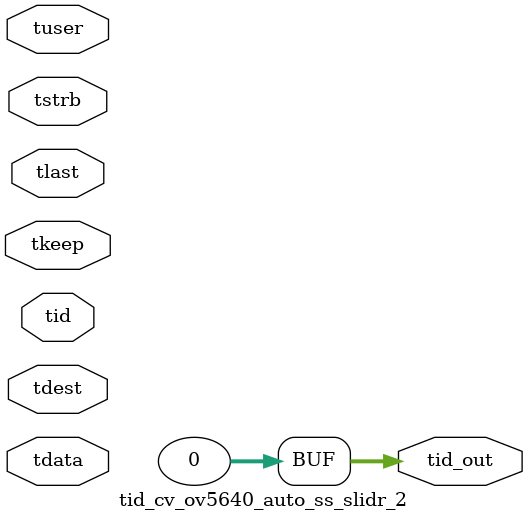
<source format=v>


`timescale 1ps/1ps

module tid_cv_ov5640_auto_ss_slidr_2 #
(
parameter C_S_AXIS_TID_WIDTH   = 1,
parameter C_S_AXIS_TUSER_WIDTH = 0,
parameter C_S_AXIS_TDATA_WIDTH = 0,
parameter C_S_AXIS_TDEST_WIDTH = 0,
parameter C_M_AXIS_TID_WIDTH   = 32
)
(
input  [(C_S_AXIS_TID_WIDTH   == 0 ? 1 : C_S_AXIS_TID_WIDTH)-1:0       ] tid,
input  [(C_S_AXIS_TDATA_WIDTH == 0 ? 1 : C_S_AXIS_TDATA_WIDTH)-1:0     ] tdata,
input  [(C_S_AXIS_TUSER_WIDTH == 0 ? 1 : C_S_AXIS_TUSER_WIDTH)-1:0     ] tuser,
input  [(C_S_AXIS_TDEST_WIDTH == 0 ? 1 : C_S_AXIS_TDEST_WIDTH)-1:0     ] tdest,
input  [(C_S_AXIS_TDATA_WIDTH/8)-1:0 ] tkeep,
input  [(C_S_AXIS_TDATA_WIDTH/8)-1:0 ] tstrb,
input                                                                    tlast,
output [(C_M_AXIS_TID_WIDTH   == 0 ? 1 : C_M_AXIS_TID_WIDTH)-1:0       ] tid_out
);

assign tid_out = {1'b0};

endmodule


</source>
